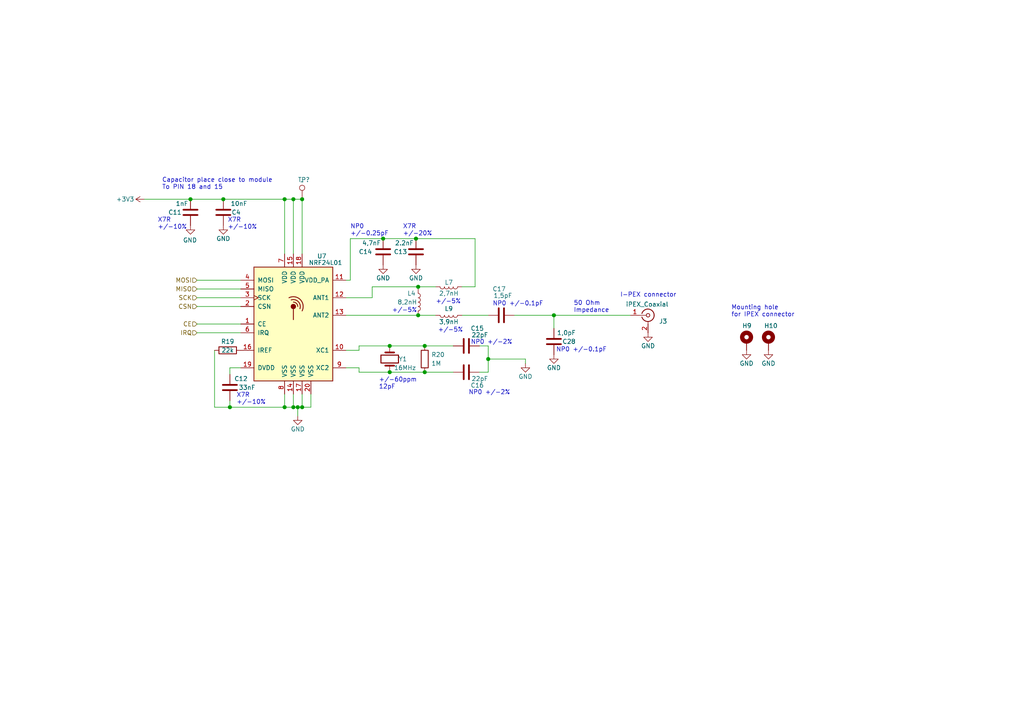
<source format=kicad_sch>
(kicad_sch (version 20210621) (generator eeschema)
  (paper "A4")
  (title_block (title "BUTCube - communication module") (date "2021-11-18") (rev "v0.2") (company "VUT - FIT(STRaDe) & FME(IAE & IPE)") (comment 1 "Author: Štěpán Rydlo"))
  (lib_symbols
    (symbol "Connector:Conn_Coaxial" (pin_names (offset 1.016) hide)
      (property "Reference" "J" (at 0.254 3.048 0))
      (property "Value" "Conn_Coaxial" (at 2.921 0 90))
      (symbol "Conn_Coaxial_0_1"
        (arc (start -1.778 0.508) (end 1.778 0) (radius (at -0.0508 0) (length 1.8034) (angles 163.6 0)) (stroke (width 0.254)))
        (arc (start 1.778 0) (end -1.778 -0.508) (radius (at -0.0254 0) (length 1.8034) (angles 0 -163.8)) (stroke (width 0.254)))
        (circle (center 0 0) (radius 0.508) (stroke (width 0.2032)))
        (polyline (pts (xy -2.54 0) (xy -0.508 0)))
        (polyline (pts (xy 0 -2.54) (xy 0 -1.778)))
      )
      (symbol "Conn_Coaxial_1_1"
        (pin passive line (at -5.08 0 0) (length 2.54) (name "In") (number "1"))
        (pin passive line (at 0 -5.08 90) (length 2.54) (name "Ext") (number "2"))
      )
    )
    (symbol "Connector:TestPoint" (pin_numbers hide) (pin_names (offset 0.762) hide)
      (property "Reference" "TP" (at 0 6.858 0))
      (property "Value" "TestPoint" (at 0 5.08 0))
      (symbol "TestPoint_0_1"
        (circle (center 0 3.302) (radius 0.762))
      )
      (symbol "TestPoint_1_1"
        (pin passive line (at 0 0 90) (length 2.54) (name "1") (number "1"))
      )
    )
    (symbol "Device:C" (pin_numbers hide) (pin_names (offset 0.254))
      (property "Reference" "C" (at 0.635 2.54 0))
      (property "Value" "C" (at 0.635 -2.54 0))
      (symbol "C_0_1"
        (polyline (pts (xy -2.032 -0.762) (xy 2.032 -0.762)) (stroke (width 0.508)))
        (polyline (pts (xy -2.032 0.762) (xy 2.032 0.762)) (stroke (width 0.508)))
      )
      (symbol "C_1_1"
        (pin passive line (at 0 3.81 270) (length 2.794) (name "~") (number "1"))
        (pin passive line (at 0 -3.81 90) (length 2.794) (name "~") (number "2"))
      )
    )
    (symbol "Device:Crystal" (pin_numbers hide) (pin_names (offset 1.016) hide)
      (property "Reference" "Y" (at 0 3.81 0))
      (property "Value" "Crystal" (at 0 -3.81 0))
      (symbol "Crystal_0_1"
        (rectangle (start -1.143 2.54) (end 1.143 -2.54) (stroke (width 0.3048)))
        (polyline (pts (xy -2.54 0) (xy -1.905 0)))
        (polyline (pts (xy -1.905 -1.27) (xy -1.905 1.27)) (stroke (width 0.508)))
        (polyline (pts (xy 1.905 -1.27) (xy 1.905 1.27)) (stroke (width 0.508)))
        (polyline (pts (xy 2.54 0) (xy 1.905 0)))
      )
      (symbol "Crystal_1_1"
        (pin passive line (at -3.81 0 0) (length 1.27) (name "1") (number "1"))
        (pin passive line (at 3.81 0 180) (length 1.27) (name "2") (number "2"))
      )
    )
    (symbol "Device:L" (pin_numbers hide) (pin_names (offset 1.016) hide)
      (property "Reference" "L" (at -1.27 0 90))
      (property "Value" "L" (at 1.905 0 90))
      (symbol "L_0_1"
        (arc (start 0 -2.54) (end 0 -1.27) (radius (at 0 -1.905) (length 0.635) (angles -89.9 89.9)))
        (arc (start 0 -1.27) (end 0 0) (radius (at 0 -0.635) (length 0.635) (angles -89.9 89.9)))
        (arc (start 0 0) (end 0 1.27) (radius (at 0 0.635) (length 0.635) (angles -89.9 89.9)))
        (arc (start 0 1.27) (end 0 2.54) (radius (at 0 1.905) (length 0.635) (angles -89.9 89.9)))
      )
      (symbol "L_1_1"
        (pin passive line (at 0 3.81 270) (length 1.27) (name "1") (number "1"))
        (pin passive line (at 0 -3.81 90) (length 1.27) (name "2") (number "2"))
      )
    )
    (symbol "Device:R" (pin_numbers hide) (pin_names (offset 0))
      (property "Reference" "R" (at 2.032 0 90))
      (property "Value" "R" (at 0 0 90))
      (symbol "R_0_1"
        (rectangle (start -1.016 -2.54) (end 1.016 2.54) (stroke (width 0.254)))
      )
      (symbol "R_1_1"
        (pin passive line (at 0 3.81 270) (length 1.27) (name "~") (number "1"))
        (pin passive line (at 0 -3.81 90) (length 1.27) (name "~") (number "2"))
      )
    )
    (symbol "Mechanical:MountingHole_Pad" (pin_numbers hide) (pin_names (offset 1.016) hide)
      (property "Reference" "H" (at 0 6.35 0))
      (property "Value" "MountingHole_Pad" (at 0 4.445 0))
      (symbol "MountingHole_Pad_0_1"
        (circle (center 0 1.27) (radius 1.27) (stroke (width 1.27)))
      )
      (symbol "MountingHole_Pad_1_1"
        (pin input line (at 0 -2.54 90) (length 2.54) (name "1") (number "1"))
      )
    )
    (symbol "RF:NRF24L01" (pin_names (offset 1.016))
      (property "Reference" "U" (at -11.43 17.78 0))
      (property "Value" "NRF24L01" (at 5.08 17.78 0))
      (symbol "NRF24L01_0_1"
        (arc (start -1.27 7.62) (end 2.54 3.81) (radius (at 0 5.08) (length 2.8448) (angles 116.6 -26.6)) (stroke (width 0.254)))
        (arc (start 0 6.35) (end 1.27 5.08) (radius (at 0 5.1054) (length 1.2446) (angles 90 -1.1)) (stroke (width 0.254)))
        (arc (start -0.635 6.985) (end 1.905 4.445) (radius (at 0 5.1054) (length 1.9812) (angles 108.7 -19.1)) (stroke (width 0.254)))
        (circle (center 0 5.08) (radius 0.635) (stroke (width 0.254)) (fill (type outline)))
        (rectangle (start 11.43 -13.97) (end 11.43 -13.97))
        (rectangle (start -11.43 16.51) (end 11.43 -16.51) (stroke (width 0.254)) (fill (type background)))
        (polyline (pts (xy 0 4.445) (xy 0 1.27)) (stroke (width 0.254)))
      )
      (symbol "NRF24L01_1_1"
        (pin input line (at -15.24 0 0) (length 3.81) (name "CE") (number "1"))
        (pin passive line (at 15.24 -7.62 180) (length 3.81) (name "XC1") (number "10"))
        (pin power_out line (at 15.24 12.7 180) (length 3.81) (name "VDD_PA") (number "11"))
        (pin passive line (at 15.24 7.62 180) (length 3.81) (name "ANT1") (number "12"))
        (pin passive line (at 15.24 2.54 180) (length 3.81) (name "ANT2") (number "13"))
        (pin power_in line (at 0 -20.32 90) (length 3.81) (name "VSS") (number "14"))
        (pin power_in line (at 0 20.32 270) (length 3.81) (name "VDD") (number "15"))
        (pin passive line (at -15.24 -7.62 0) (length 3.81) (name "IREF") (number "16"))
        (pin power_in line (at 2.54 -20.32 90) (length 3.81) (name "VSS") (number "17"))
        (pin power_in line (at 2.54 20.32 270) (length 3.81) (name "VDD") (number "18"))
        (pin power_out line (at -15.24 -12.7 0) (length 3.81) (name "DVDD") (number "19"))
        (pin input line (at -15.24 5.08 0) (length 3.81) (name "CSN") (number "2"))
        (pin power_in line (at 5.08 -20.32 90) (length 3.81) (name "VSS") (number "20"))
        (pin input clock (at -15.24 7.62 0) (length 3.81) (name "SCK") (number "3"))
        (pin input line (at -15.24 12.7 0) (length 3.81) (name "MOSI") (number "4"))
        (pin output line (at -15.24 10.16 0) (length 3.81) (name "MISO") (number "5"))
        (pin output line (at -15.24 -2.54 0) (length 3.81) (name "IRQ") (number "6"))
        (pin power_in line (at -2.54 20.32 270) (length 3.81) (name "VDD") (number "7"))
        (pin power_in line (at -2.54 -20.32 90) (length 3.81) (name "VSS") (number "8"))
        (pin passive line (at 15.24 -12.7 180) (length 3.81) (name "XC2") (number "9"))
      )
    )
    (symbol "power:+3V3" (power) (pin_names (offset 0))
      (property "Value" "+3V3" (at 0 3.556 0))
      (symbol "+3V3_0_1"
        (polyline (pts (xy -0.762 1.27) (xy 0 2.54)))
        (polyline (pts (xy 0 0) (xy 0 2.54)))
        (polyline (pts (xy 0 2.54) (xy 0.762 1.27)))
      )
      (symbol "+3V3_1_1"
        (pin power_in line (at 0 0 90) (length 0) hide (name "+3V3") (number "1"))
      )
    )
    (symbol "power:GND" (power) (pin_names (offset 0))
      (property "Value" "GND" (at 0 -3.81 0))
      (symbol "GND_0_1"
        (polyline (pts (xy 0 0) (xy 0 -1.27) (xy 1.27 -1.27) (xy 0 -2.54) (xy -1.27 -1.27) (xy 0 -1.27)))
      )
      (symbol "GND_1_1"
        (pin power_in line (at 0 0 270) (length 0) hide (name "GND") (number "1"))
      )
    )
  )
  (junction (at 55.245 57.785) (diameter 1.016))
  (junction (at 64.77 57.785) (diameter 1.016))
  (junction (at 66.675 118.11) (diameter 1.016))
  (junction (at 82.55 57.785) (diameter 1.016))
  (junction (at 82.55 118.11) (diameter 1.016))
  (junction (at 85.09 57.785) (diameter 1.016))
  (junction (at 85.09 118.11) (diameter 1.016))
  (junction (at 86.36 118.11) (diameter 1.016))
  (junction (at 87.63 57.785) (diameter 1.016))
  (junction (at 87.63 118.11) (diameter 1.016))
  (junction (at 111.125 69.215) (diameter 1.016))
  (junction (at 113.03 100.33) (diameter 1.016))
  (junction (at 113.03 107.95) (diameter 1.016))
  (junction (at 120.65 69.215) (diameter 1.016))
  (junction (at 121.285 83.185) (diameter 1.016))
  (junction (at 121.285 91.44) (diameter 1.016))
  (junction (at 123.19 100.33) (diameter 1.016))
  (junction (at 123.19 107.95) (diameter 1.016))
  (junction (at 141.605 104.14) (diameter 1.016))
  (junction (at 160.655 91.44) (diameter 1.016))
  (wire (pts (xy 41.91 57.785) (xy 55.245 57.785)))
  (wire (pts (xy 55.245 57.785) (xy 64.77 57.785)))
  (wire (pts (xy 57.15 81.28) (xy 69.85 81.28)))
  (wire (pts (xy 57.15 83.82) (xy 69.85 83.82)))
  (wire (pts (xy 57.15 86.36) (xy 69.85 86.36)))
  (wire (pts (xy 57.15 88.9) (xy 69.85 88.9)))
  (wire (pts (xy 57.15 93.98) (xy 69.85 93.98)))
  (wire (pts (xy 57.15 96.52) (xy 69.85 96.52)))
  (wire (pts (xy 62.23 118.11) (xy 62.23 101.6)))
  (wire (pts (xy 64.77 57.785) (xy 82.55 57.785)))
  (wire (pts (xy 66.675 106.68) (xy 69.85 106.68)))
  (wire (pts (xy 66.675 108.585) (xy 66.675 106.68)))
  (wire (pts (xy 66.675 116.205) (xy 66.675 118.11)))
  (wire (pts (xy 66.675 118.11) (xy 62.23 118.11)))
  (wire (pts (xy 66.675 118.11) (xy 82.55 118.11)))
  (wire (pts (xy 82.55 57.785) (xy 82.55 73.66)))
  (wire (pts (xy 82.55 57.785) (xy 85.09 57.785)))
  (wire (pts (xy 82.55 114.3) (xy 82.55 118.11)))
  (wire (pts (xy 82.55 118.11) (xy 85.09 118.11)))
  (wire (pts (xy 85.09 57.785) (xy 85.09 73.66)))
  (wire (pts (xy 85.09 57.785) (xy 87.63 57.785)))
  (wire (pts (xy 85.09 114.3) (xy 85.09 118.11)))
  (wire (pts (xy 85.09 118.11) (xy 86.36 118.11)))
  (wire (pts (xy 86.36 118.11) (xy 87.63 118.11)))
  (wire (pts (xy 86.36 120.65) (xy 86.36 118.11)))
  (wire (pts (xy 87.63 57.785) (xy 87.63 73.66)))
  (wire (pts (xy 87.63 114.3) (xy 87.63 118.11)))
  (wire (pts (xy 87.63 118.11) (xy 90.17 118.11)))
  (wire (pts (xy 90.17 118.11) (xy 90.17 114.3)))
  (wire (pts (xy 100.33 81.28) (xy 101.6 81.28)))
  (wire (pts (xy 100.33 86.36) (xy 107.95 86.36)))
  (wire (pts (xy 100.33 91.44) (xy 121.285 91.44)))
  (wire (pts (xy 101.6 69.215) (xy 101.6 81.28)))
  (wire (pts (xy 104.14 100.33) (xy 104.14 101.6)))
  (wire (pts (xy 104.14 100.33) (xy 113.03 100.33)))
  (wire (pts (xy 104.14 101.6) (xy 100.33 101.6)))
  (wire (pts (xy 104.14 106.68) (xy 100.33 106.68)))
  (wire (pts (xy 104.14 107.95) (xy 104.14 106.68)))
  (wire (pts (xy 104.14 107.95) (xy 113.03 107.95)))
  (wire (pts (xy 107.95 83.185) (xy 121.285 83.185)))
  (wire (pts (xy 107.95 86.36) (xy 107.95 83.185)))
  (wire (pts (xy 111.125 69.215) (xy 101.6 69.215)))
  (wire (pts (xy 120.65 69.215) (xy 111.125 69.215)))
  (wire (pts (xy 121.285 83.185) (xy 121.285 83.82)))
  (wire (pts (xy 121.285 91.44) (xy 126.365 91.44)))
  (wire (pts (xy 123.19 100.33) (xy 113.03 100.33)))
  (wire (pts (xy 123.19 100.33) (xy 131.445 100.33)))
  (wire (pts (xy 123.19 107.95) (xy 113.03 107.95)))
  (wire (pts (xy 123.19 107.95) (xy 131.445 107.95)))
  (wire (pts (xy 126.365 83.185) (xy 121.285 83.185)))
  (wire (pts (xy 133.985 83.185) (xy 137.795 83.185)))
  (wire (pts (xy 133.985 91.44) (xy 141.605 91.44)))
  (wire (pts (xy 137.795 69.215) (xy 120.65 69.215)))
  (wire (pts (xy 137.795 69.215) (xy 137.795 83.185)))
  (wire (pts (xy 139.065 100.33) (xy 141.605 100.33)))
  (wire (pts (xy 141.605 100.33) (xy 141.605 104.14)))
  (wire (pts (xy 141.605 104.14) (xy 141.605 107.95)))
  (wire (pts (xy 141.605 104.14) (xy 152.4 104.14)))
  (wire (pts (xy 141.605 107.95) (xy 139.065 107.95)))
  (wire (pts (xy 149.225 91.44) (xy 160.655 91.44)))
  (wire (pts (xy 152.4 105.41) (xy 152.4 104.14)))
  (wire (pts (xy 160.655 91.44) (xy 160.655 95.25)))
  (wire (pts (xy 160.655 91.44) (xy 182.88 91.44)))
  (text "X7R\n+/-10%\n" (at 45.72 66.675 0) (effects (font (size 1.27 1.27)) (justify left bottom)))
  (text "Capacitor place close to module\nTo PIN 18 and 15\n\n" (at 46.99 57.15 0) (effects (font (size 1.27 1.27)) (justify left bottom)))
  (text "X7R\n+/-10%\n" (at 66.04 66.675 0) (effects (font (size 1.27 1.27)) (justify left bottom)))
  (text "X7R\n+/-10%\n" (at 68.58 117.475 0) (effects (font (size 1.27 1.27)) (justify left bottom)))
  (text "NP0\n+/-0.25pF\n" (at 101.6 68.58 0) (effects (font (size 1.27 1.27)) (justify left bottom)))
  (text "+/-60ppm\n12pF\n" (at 109.855 113.03 0) (effects (font (size 1.27 1.27)) (justify left bottom)))
  (text "+/-5%\n" (at 113.665 90.805 0) (effects (font (size 1.27 1.27)) (justify left bottom)))
  (text "X7R\n+/-20%\n" (at 116.84 68.58 0) (effects (font (size 1.27 1.27)) (justify left bottom)))
  (text "+/-5%\n" (at 126.365 88.265 0) (effects (font (size 1.27 1.27)) (justify left bottom)))
  (text "+/-5%\n" (at 127 96.52 0) (effects (font (size 1.27 1.27)) (justify left bottom)))
  (text "NP0 +/-2%\n\n\n" (at 135.89 118.745 0) (effects (font (size 1.27 1.27)) (justify left bottom)))
  (text "NP0 +/-2%\n\n\n" (at 136.525 104.14 0) (effects (font (size 1.27 1.27)) (justify left bottom)))
  (text "NP0 +/-0.1pF\n" (at 142.875 88.9 0) (effects (font (size 1.27 1.27)) (justify left bottom)))
  (text "NP0 +/-0.1pF\n" (at 161.29 102.235 0) (effects (font (size 1.27 1.27)) (justify left bottom)))
  (text "50 Ohm\nImpedance" (at 166.37 90.805 0) (effects (font (size 1.27 1.27)) (justify left bottom)))
  (text "I-PEX connector\n" (at 196.215 86.36 180) (effects (font (size 1.27 1.27)) (justify right bottom)))
  (text "Mounting hole\nfor IPEX connector\n" (at 212.09 92.075 0) (effects (font (size 1.27 1.27)) (justify left bottom)))
  (hierarchical_label "MOSI" (shape input) (at 57.15 81.28 180))
  (hierarchical_label "MISO" (shape input) (at 57.15 83.82 180))
  (hierarchical_label "SCK" (shape input) (at 57.15 86.36 180))
  (hierarchical_label "CSN" (shape input) (at 57.15 88.9 180))
  (hierarchical_label "CE" (shape input) (at 57.15 93.98 180))
  (hierarchical_label "IRQ" (shape input) (at 57.15 96.52 180))
  (symbol (lib_id "power:+3V3") (at 41.91 57.785 90) (unit 1)
    (property "Reference" "#PWR0153" (effects hide))
    (property "Value" "+3V3" (at 33.655 57.7849 90) (effects (justify right)))
  )
  (symbol (lib_id "Connector:TestPoint") (at 87.63 57.785 0) (unit 1)
    (property "Reference" "TP?" (at 86.36 52.1334 0) (effects (justify left)))
    (property "Value" "~" (at 87.63 52.705 0))
  )
  (symbol (lib_id "power:GND") (at 55.245 65.405 0) (unit 1)
    (property "Reference" "#PWR0154" (effects hide))
    (property "Value" "GND" (at 57.15 69.6596 0) (effects (justify right)))
  )
  (symbol (lib_id "power:GND") (at 64.77 65.405 0) (unit 1)
    (property "Reference" "#PWR0110" (effects hide))
    (property "Value" "GND" (at 64.77 69.215 0))
  )
  (symbol (lib_id "power:GND") (at 86.36 120.65 0) (unit 1)
    (property "Reference" "#PWR0109" (effects hide))
    (property "Value" "GND" (at 86.36 124.46 0))
  )
  (symbol (lib_id "power:GND") (at 111.125 76.835 0) (unit 1)
    (property "Reference" "#PWR0155" (effects hide))
    (property "Value" "GND" (at 111.125 80.645 0))
  )
  (symbol (lib_id "power:GND") (at 120.65 76.835 0) (unit 1)
    (property "Reference" "#PWR0115" (effects hide))
    (property "Value" "GND" (at 120.65 80.645 0))
  )
  (symbol (lib_id "power:GND") (at 152.4 105.41 0) (unit 1)
    (property "Reference" "#PWR0113" (effects hide))
    (property "Value" "GND" (at 152.4 109.22 0))
  )
  (symbol (lib_id "power:GND") (at 160.655 102.87 0) (unit 1)
    (property "Reference" "#PWR0156" (effects hide))
    (property "Value" "GND" (at 160.655 106.68 0))
  )
  (symbol (lib_id "power:GND") (at 187.96 96.52 0) (unit 1)
    (property "Reference" "#PWR0143" (effects hide))
    (property "Value" "GND" (at 187.96 100.33 0))
  )
  (symbol (lib_id "power:GND") (at 216.535 101.6 0) (unit 1)
    (property "Reference" "#PWR010" (effects hide))
    (property "Value" "GND" (at 216.535 105.41 0))
  )
  (symbol (lib_id "power:GND") (at 222.885 101.6 0) (unit 1)
    (property "Reference" "#PWR011" (effects hide))
    (property "Value" "GND" (at 222.885 105.41 0))
  )
  (symbol (lib_id "Device:L") (at 121.285 87.63 0) (unit 1)
    (property "Reference" "L4" (at 118.11 85.0899 0) (effects (justify left)))
    (property "Value" "8,2nH" (at 118.11 87.63 0))
    (property "Footprint" "Inductor_SMD:L_0603_1608Metric" (effects hide))
  )
  (symbol (lib_id "Device:L") (at 130.175 83.185 270) (unit 1)
    (property "Reference" "L7" (at 130.175 81.915 90))
    (property "Value" "2,7nH" (at 130.175 85.09 90))
    (property "Footprint" "Inductor_SMD:L_0603_1608Metric" (effects hide))
  )
  (symbol (lib_id "Device:L") (at 130.175 91.44 270) (unit 1)
    (property "Reference" "L9" (at 130.175 89.535 90))
    (property "Value" "3,9nH" (at 130.175 93.345 90))
    (property "Footprint" "Inductor_SMD:L_0603_1608Metric" (effects hide))
  )
  (symbol (lib_id "Device:R") (at 66.04 101.6 90) (unit 1)
    (property "Reference" "R19" (at 66.04 99.06 90))
    (property "Value" "22k" (at 66.04 101.6 90))
    (property "Footprint" "Resistor_SMD:R_0603_1608Metric" (effects hide))
  )
  (symbol (lib_id "Device:R") (at 123.19 104.14 0) (unit 1)
    (property "Reference" "R20" (at 125.095 102.8699 0) (effects (justify left)))
    (property "Value" "1M" (at 125.095 105.4099 0) (effects (justify left)))
    (property "Footprint" "Resistor_SMD:R_0603_1608Metric" (effects hide))
  )
  (symbol (lib_id "Mechanical:MountingHole_Pad") (at 216.535 99.06 0) (unit 1)
    (property "Reference" "H9" (at 215.265 94.4879 0) (effects (justify left)))
    (property "Value" "MountingHole_Pad" (effects hide))
  )
  (symbol (lib_id "Mechanical:MountingHole_Pad") (at 222.885 99.06 0) (unit 1)
    (property "Reference" "H10" (at 221.615 94.4879 0) (effects (justify left)))
    (property "Value" "MountingHole_Pad" (effects hide))
  )
  (symbol (lib_id "Device:C") (at 55.245 61.595 180) (unit 1)
    (property "Reference" "C11" (at 52.705 61.5951 0) (effects (justify left)))
    (property "Value" "1nF" (at 54.61 59.055 0) (effects (justify left)))
    (property "Footprint" "Capacitor_SMD:C_0603_1608Metric" (effects hide))
  )
  (symbol (lib_id "Device:C") (at 64.77 61.595 180) (unit 1)
    (property "Reference" "C4" (at 69.85 61.5951 0) (effects (justify left)))
    (property "Value" "10nF" (at 71.755 59.055 0) (effects (justify left)))
    (property "Footprint" "Capacitor_SMD:C_0603_1608Metric" (effects hide))
  )
  (symbol (lib_id "Device:C") (at 66.675 112.395 0) (unit 1)
    (property "Reference" "C12" (at 67.945 109.8549 0) (effects (justify left)))
    (property "Value" "33nF" (at 69.215 112.395 0) (effects (justify left)))
    (property "Footprint" "Capacitor_SMD:C_0603_1608Metric" (effects hide))
  )
  (symbol (lib_id "Device:C") (at 111.125 73.025 180) (unit 1)
    (property "Reference" "C14" (at 107.95 73.0251 0) (effects (justify left)))
    (property "Value" "4,7nF" (at 110.49 70.485 0) (effects (justify left)))
    (property "Footprint" "Capacitor_SMD:C_0603_1608Metric" (effects hide))
  )
  (symbol (lib_id "Device:C") (at 120.65 73.025 180) (unit 1)
    (property "Reference" "C13" (at 118.11 73.0251 0) (effects (justify left)))
    (property "Value" "2.2nF" (at 120.015 70.485 0) (effects (justify left)))
    (property "Footprint" "Capacitor_SMD:C_0603_1608Metric" (effects hide))
  )
  (symbol (lib_id "Device:C") (at 135.255 100.33 90) (unit 1)
    (property "Reference" "C15" (at 138.43 95.25 90))
    (property "Value" "22pF" (at 141.605 97.155 90) (effects (justify left)))
    (property "Footprint" "Capacitor_SMD:C_0603_1608Metric" (effects hide))
  )
  (symbol (lib_id "Device:C") (at 135.255 107.95 90) (unit 1)
    (property "Reference" "C16" (at 138.43 111.76 90))
    (property "Value" "22pF" (at 141.605 109.855 90) (effects (justify left)))
    (property "Footprint" "Capacitor_SMD:C_0603_1608Metric" (effects hide))
  )
  (symbol (lib_id "Device:C") (at 145.415 91.44 90) (unit 1)
    (property "Reference" "C17" (at 144.78 83.82 90))
    (property "Value" "1,5pF" (at 148.59 85.725 90) (effects (justify left)))
    (property "Footprint" "Capacitor_SMD:C_0603_1608Metric" (effects hide))
  )
  (symbol (lib_id "Device:C") (at 160.655 99.06 0) (unit 1)
    (property "Reference" "C28" (at 167.005 99.0601 0) (effects (justify right)))
    (property "Value" "1,0pF" (at 167.005 96.5201 0) (effects (justify right)))
    (property "Footprint" "Capacitor_SMD:C_0603_1608Metric" (effects hide))
  )
  (symbol (lib_id "Device:Crystal") (at 113.03 104.14 90) (unit 1)
    (property "Reference" "Y1" (at 115.5699 104.14 90) (effects (justify right)))
    (property "Value" "16MHz" (at 117.475 106.68 90))
    (property "Footprint" "Crystal:Crystal_SMD_3225-4Pin_3.2x2.5mm" (effects hide))
  )
  (symbol (lib_id "Connector:Conn_Coaxial") (at 187.96 91.44 0) (unit 1)
    (property "Reference" "J3" (at 191.135 93.2054 0) (effects (justify left)))
    (property "Value" "iPEX_Coaxial" (at 187.706 88.265 0))
    (property "Datasheet" " ~" (effects hide))
  )
  (symbol (lib_id "RF:NRF24L01") (at 85.09 93.98 0) (unit 1)
    (property "Reference" "U7" (at 93.345 74.295 0))
    (property "Value" "NRF24L01" (at 89.535 76.2 0) (effects (justify left)))
    (property "Footprint" "Package_DFN_QFN:QFN-20-1EP_4x4mm_P0.5mm_EP2.5x2.5mm" (effects hide))
    (property "Datasheet" "http://www.nordicsemi.com/eng/content/download/2730/34105/file/nRF24L01_Product_Specification_v2_0.pdf" (effects hide))
  )
)
</source>
